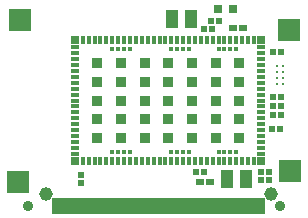
<source format=gbr>
G04 #@! TF.GenerationSoftware,KiCad,Pcbnew,(5.1.6)-1*
G04 #@! TF.CreationDate,2021-09-25T22:06:40+02:00*
G04 #@! TF.ProjectId,nrfmodule,6e72666d-6f64-4756-9c65-2e6b69636164,rev?*
G04 #@! TF.SameCoordinates,Original*
G04 #@! TF.FileFunction,Soldermask,Bot*
G04 #@! TF.FilePolarity,Negative*
%FSLAX46Y46*%
G04 Gerber Fmt 4.6, Leading zero omitted, Abs format (unit mm)*
G04 Created by KiCad (PCBNEW (5.1.6)-1) date 2021-09-25 22:06:40*
%MOMM*%
%LPD*%
G01*
G04 APERTURE LIST*
%ADD10C,0.010000*%
%ADD11R,0.725000X0.500000*%
%ADD12R,0.650000X0.700000*%
%ADD13R,1.120000X1.570000*%
%ADD14R,0.565000X0.540000*%
%ADD15R,0.560000X0.520000*%
%ADD16R,0.570000X0.540000*%
%ADD17R,0.540000X0.570000*%
%ADD18R,1.825000X1.825000*%
%ADD19R,0.900000X0.900000*%
%ADD20R,0.400000X0.400000*%
%ADD21R,0.400000X0.640000*%
%ADD22R,0.640000X0.640000*%
%ADD23R,0.640000X0.400000*%
%ADD24C,0.326000*%
%ADD25C,1.167000*%
%ADD26C,0.913000*%
G04 APERTURE END LIST*
D10*
G04 #@! TO.C,Edge_Connect1*
G36*
X146377000Y-110000000D02*
G01*
X144903000Y-110000000D01*
X144903000Y-108780000D01*
X146377000Y-108780000D01*
X146377000Y-110000000D01*
G37*
X146377000Y-110000000D02*
X144903000Y-110000000D01*
X144903000Y-108780000D01*
X146377000Y-108780000D01*
X146377000Y-110000000D01*
G36*
X147647000Y-110000000D02*
G01*
X146173000Y-110000000D01*
X146173000Y-108780000D01*
X147647000Y-108780000D01*
X147647000Y-110000000D01*
G37*
X147647000Y-110000000D02*
X146173000Y-110000000D01*
X146173000Y-108780000D01*
X147647000Y-108780000D01*
X147647000Y-110000000D01*
G36*
X148917000Y-110000000D02*
G01*
X147443000Y-110000000D01*
X147443000Y-108780000D01*
X148917000Y-108780000D01*
X148917000Y-110000000D01*
G37*
X148917000Y-110000000D02*
X147443000Y-110000000D01*
X147443000Y-108780000D01*
X148917000Y-108780000D01*
X148917000Y-110000000D01*
G36*
X150187000Y-110000000D02*
G01*
X148713000Y-110000000D01*
X148713000Y-108780000D01*
X150187000Y-108780000D01*
X150187000Y-110000000D01*
G37*
X150187000Y-110000000D02*
X148713000Y-110000000D01*
X148713000Y-108780000D01*
X150187000Y-108780000D01*
X150187000Y-110000000D01*
G36*
X151457000Y-110000000D02*
G01*
X149983000Y-110000000D01*
X149983000Y-108780000D01*
X151457000Y-108780000D01*
X151457000Y-110000000D01*
G37*
X151457000Y-110000000D02*
X149983000Y-110000000D01*
X149983000Y-108780000D01*
X151457000Y-108780000D01*
X151457000Y-110000000D01*
G36*
X152727000Y-110000000D02*
G01*
X151253000Y-110000000D01*
X151253000Y-108780000D01*
X152727000Y-108780000D01*
X152727000Y-110000000D01*
G37*
X152727000Y-110000000D02*
X151253000Y-110000000D01*
X151253000Y-108780000D01*
X152727000Y-108780000D01*
X152727000Y-110000000D01*
G36*
X153997000Y-110000000D02*
G01*
X152523000Y-110000000D01*
X152523000Y-108780000D01*
X153997000Y-108780000D01*
X153997000Y-110000000D01*
G37*
X153997000Y-110000000D02*
X152523000Y-110000000D01*
X152523000Y-108780000D01*
X153997000Y-108780000D01*
X153997000Y-110000000D01*
G36*
X155267000Y-110000000D02*
G01*
X153793000Y-110000000D01*
X153793000Y-108780000D01*
X155267000Y-108780000D01*
X155267000Y-110000000D01*
G37*
X155267000Y-110000000D02*
X153793000Y-110000000D01*
X153793000Y-108780000D01*
X155267000Y-108780000D01*
X155267000Y-110000000D01*
G36*
X156537000Y-110000000D02*
G01*
X155063000Y-110000000D01*
X155063000Y-108780000D01*
X156537000Y-108780000D01*
X156537000Y-110000000D01*
G37*
X156537000Y-110000000D02*
X155063000Y-110000000D01*
X155063000Y-108780000D01*
X156537000Y-108780000D01*
X156537000Y-110000000D01*
G36*
X157807000Y-110000000D02*
G01*
X156333000Y-110000000D01*
X156333000Y-108780000D01*
X157807000Y-108780000D01*
X157807000Y-110000000D01*
G37*
X157807000Y-110000000D02*
X156333000Y-110000000D01*
X156333000Y-108780000D01*
X157807000Y-108780000D01*
X157807000Y-110000000D01*
G36*
X159077000Y-110000000D02*
G01*
X157603000Y-110000000D01*
X157603000Y-108780000D01*
X159077000Y-108780000D01*
X159077000Y-110000000D01*
G37*
X159077000Y-110000000D02*
X157603000Y-110000000D01*
X157603000Y-108780000D01*
X159077000Y-108780000D01*
X159077000Y-110000000D01*
G36*
X160347000Y-110000000D02*
G01*
X158873000Y-110000000D01*
X158873000Y-108780000D01*
X160347000Y-108780000D01*
X160347000Y-110000000D01*
G37*
X160347000Y-110000000D02*
X158873000Y-110000000D01*
X158873000Y-108780000D01*
X160347000Y-108780000D01*
X160347000Y-110000000D01*
G36*
X161617000Y-110000000D02*
G01*
X160143000Y-110000000D01*
X160143000Y-108780000D01*
X161617000Y-108780000D01*
X161617000Y-110000000D01*
G37*
X161617000Y-110000000D02*
X160143000Y-110000000D01*
X160143000Y-108780000D01*
X161617000Y-108780000D01*
X161617000Y-110000000D01*
G36*
X162887000Y-110000000D02*
G01*
X161413000Y-110000000D01*
X161413000Y-108780000D01*
X162887000Y-108780000D01*
X162887000Y-110000000D01*
G37*
X162887000Y-110000000D02*
X161413000Y-110000000D01*
X161413000Y-108780000D01*
X162887000Y-108780000D01*
X162887000Y-110000000D01*
G04 #@! TD*
D11*
G04 #@! TO.C,R5*
X157470000Y-107430000D03*
X158294000Y-107430000D03*
G04 #@! TD*
D12*
G04 #@! TO.C,FL1*
X158920000Y-92780000D03*
X160220000Y-92780000D03*
G04 #@! TD*
D13*
G04 #@! TO.C,47uF2*
X159740000Y-107150000D03*
X161360000Y-107150000D03*
G04 #@! TD*
G04 #@! TO.C,47uF1*
X155070000Y-93580000D03*
X156690000Y-93580000D03*
G04 #@! TD*
D14*
G04 #@! TO.C,4.7uF4*
X164190000Y-102900000D03*
X163526000Y-102900000D03*
G04 #@! TD*
D15*
G04 #@! TO.C,15pF2*
X163260000Y-106520000D03*
X162600000Y-106520000D03*
G04 #@! TD*
G04 #@! TO.C,15pF1*
X159060000Y-93730000D03*
X158400000Y-93730000D03*
G04 #@! TD*
G04 #@! TO.C,100nF4*
X157750000Y-106590000D03*
X157090000Y-106590000D03*
G04 #@! TD*
G04 #@! TO.C,100nF3*
X164310000Y-101760000D03*
X163650000Y-101760000D03*
G04 #@! TD*
G04 #@! TO.C,100nF2*
X163270000Y-107250000D03*
X162610000Y-107250000D03*
G04 #@! TD*
G04 #@! TO.C,100nF1*
X158430000Y-94480000D03*
X157770000Y-94480000D03*
G04 #@! TD*
D16*
G04 #@! TO.C,0\u002C1uF1*
X163615000Y-100200000D03*
X164285000Y-100200000D03*
G04 #@! TD*
G04 #@! TO.C,0\u002C1uF2*
X164280000Y-96430000D03*
X163610000Y-96430000D03*
G04 #@! TD*
D11*
G04 #@! TO.C,10KOhm1*
X161034000Y-94360000D03*
X160210000Y-94360000D03*
G04 #@! TD*
D17*
G04 #@! TO.C,1uF5*
X147390000Y-107450000D03*
X147390000Y-106780000D03*
G04 #@! TD*
D14*
G04 #@! TO.C,4.7uF3*
X164262000Y-100980000D03*
X163598000Y-100980000D03*
G04 #@! TD*
D18*
G04 #@! TO.C,5V+1*
X142030000Y-107360000D03*
G04 #@! TD*
G04 #@! TO.C,GND1*
X142180000Y-93700000D03*
G04 #@! TD*
D19*
G04 #@! TO.C,NRF91*
X148750000Y-103700000D03*
X150750000Y-103700000D03*
X152750000Y-103700000D03*
X154750000Y-103700000D03*
X156750000Y-103700000D03*
X158750000Y-103700000D03*
X148750000Y-102100000D03*
X150750000Y-102100000D03*
X152750000Y-102100000D03*
X154750000Y-102100000D03*
X156750000Y-102100000D03*
X158750000Y-102100000D03*
X148750000Y-100500000D03*
X150750000Y-100500000D03*
X152750000Y-100500000D03*
X154750000Y-100500000D03*
X156750000Y-100500000D03*
X158750000Y-100500000D03*
X148750000Y-98900000D03*
X150750000Y-98900000D03*
X152750000Y-98900000D03*
X154750000Y-98900000D03*
X156750000Y-98900000D03*
X158750000Y-98900000D03*
D20*
X150000000Y-104850000D03*
X150500000Y-104850000D03*
X151000000Y-104850000D03*
X151500000Y-104850000D03*
X155000000Y-104850000D03*
X155500000Y-104850000D03*
X156000000Y-104850000D03*
X156500000Y-104850000D03*
X160500000Y-104850000D03*
X160000000Y-104850000D03*
X159500000Y-104850000D03*
X159000000Y-104850000D03*
X150000000Y-96150000D03*
X150500000Y-96150000D03*
X151000000Y-96150000D03*
X151500000Y-96150000D03*
X155000000Y-96150000D03*
X155500000Y-96150000D03*
X156000000Y-96150000D03*
X156500000Y-96150000D03*
X160500000Y-96150000D03*
X160000000Y-96150000D03*
X159500000Y-96150000D03*
X159000000Y-96150000D03*
D19*
X148750000Y-97300000D03*
X150750000Y-97300000D03*
X152750000Y-97300000D03*
X160750000Y-103700000D03*
X160750000Y-102100000D03*
X160750000Y-97300000D03*
X160750000Y-98900000D03*
X160750000Y-100500000D03*
X158750000Y-97300000D03*
X156750000Y-97300000D03*
X154750000Y-97300000D03*
D21*
X162000000Y-95380000D03*
X161500000Y-95380000D03*
X161000000Y-95380000D03*
X160500000Y-95380000D03*
X160000000Y-95380000D03*
X159500000Y-95380000D03*
X159000000Y-95380000D03*
X158500000Y-95380000D03*
X158000000Y-95380000D03*
X157500000Y-95380000D03*
X157000000Y-95380000D03*
X156500000Y-95380000D03*
X156000000Y-95380000D03*
X155500000Y-95380000D03*
X155000000Y-95380000D03*
X154500000Y-95380000D03*
X154000000Y-95380000D03*
X153500000Y-95380000D03*
X153000000Y-95380000D03*
X152500000Y-95380000D03*
X152000000Y-95380000D03*
X151500000Y-95380000D03*
X151000000Y-95380000D03*
X150500000Y-95380000D03*
X150000000Y-95380000D03*
X149500000Y-95380000D03*
X149000000Y-95380000D03*
X148500000Y-95380000D03*
X148000000Y-95380000D03*
X147500000Y-95380000D03*
D22*
X146880000Y-95380000D03*
D23*
X146880000Y-96000000D03*
X146880000Y-96500000D03*
X146880000Y-97000000D03*
X146880000Y-97500000D03*
X146880000Y-98000000D03*
X146880000Y-98500000D03*
X146880000Y-99000000D03*
X146880000Y-99500000D03*
X146880000Y-100000000D03*
X146880000Y-100500000D03*
X146880000Y-101000000D03*
X146880000Y-101500000D03*
X146880000Y-102000000D03*
X146880000Y-102500000D03*
X146880000Y-103000000D03*
X146880000Y-103500000D03*
X146880000Y-104000000D03*
X146880000Y-104500000D03*
X146880000Y-105000000D03*
D22*
X146880000Y-105620000D03*
D21*
X147500000Y-105620000D03*
X148000000Y-105620000D03*
X148500000Y-105620000D03*
X149000000Y-105620000D03*
X149500000Y-105620000D03*
X150000000Y-105620000D03*
X150500000Y-105620000D03*
X151000000Y-105620000D03*
X151500000Y-105620000D03*
X152000000Y-105620000D03*
X152500000Y-105620000D03*
X153000000Y-105620000D03*
X153500000Y-105620000D03*
X154000000Y-105620000D03*
X154500000Y-105620000D03*
X155000000Y-105620000D03*
X155500000Y-105620000D03*
X156000000Y-105620000D03*
X156500000Y-105620000D03*
X157000000Y-105620000D03*
X157500000Y-105620000D03*
X158000000Y-105620000D03*
X158500000Y-105620000D03*
X159000000Y-105620000D03*
X159500000Y-105620000D03*
X160000000Y-105620000D03*
X160500000Y-105620000D03*
X161000000Y-105620000D03*
X161500000Y-105620000D03*
X162000000Y-105620000D03*
D22*
X162620000Y-105620000D03*
D23*
X162620000Y-105000000D03*
X162620000Y-104500000D03*
X162620000Y-104000000D03*
X162620000Y-103500000D03*
X162620000Y-103000000D03*
X162620000Y-102500000D03*
X162620000Y-102000000D03*
X162620000Y-101500000D03*
X162620000Y-101000000D03*
X162620000Y-100500000D03*
X162620000Y-100000000D03*
X162620000Y-99500000D03*
X162620000Y-99000000D03*
X162620000Y-98500000D03*
X162620000Y-98000000D03*
X162620000Y-97500000D03*
X162620000Y-97000000D03*
X162620000Y-96500000D03*
X162620000Y-96000000D03*
D22*
X162620000Y-95380000D03*
G04 #@! TD*
D18*
G04 #@! TO.C,RX1*
X165060000Y-106460000D03*
G04 #@! TD*
G04 #@! TO.C,TX1*
X165000000Y-94560000D03*
G04 #@! TD*
D24*
G04 #@! TO.C,TXB102*
X163930000Y-99060000D03*
X164430000Y-99060000D03*
X163930000Y-98560000D03*
X164430000Y-98560000D03*
X163930000Y-98060000D03*
X164430000Y-98060000D03*
X163930000Y-97560000D03*
X164430000Y-97560000D03*
G04 #@! TD*
D25*
G04 #@! TO.C,Edge_Connect1*
X144370000Y-108399000D03*
D26*
X142871000Y-109390000D03*
X164182000Y-109390000D03*
D25*
X163420000Y-108399000D03*
G04 #@! TD*
M02*

</source>
